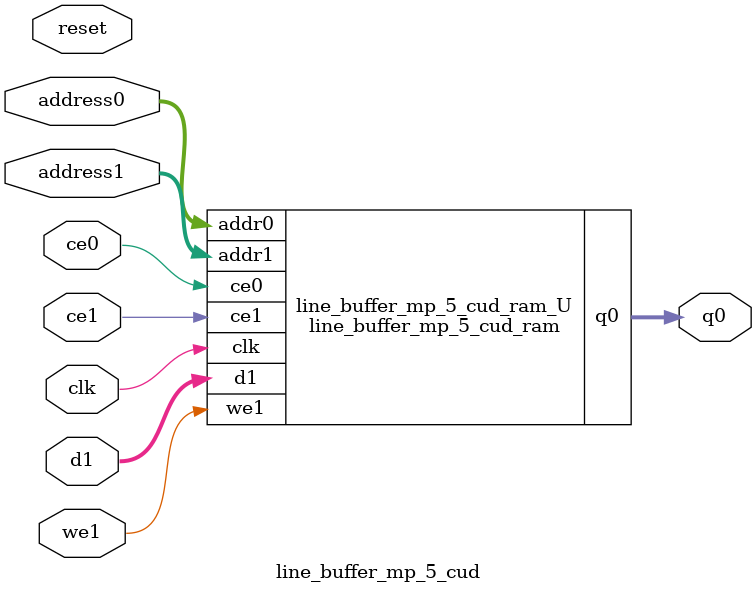
<source format=v>

`timescale 1 ns / 1 ps
module line_buffer_mp_5_cud_ram (addr0, ce0, q0, addr1, ce1, d1, we1,  clk);

parameter DWIDTH = 16;
parameter AWIDTH = 13;
parameter MEM_SIZE = 5376;

input[AWIDTH-1:0] addr0;
input ce0;
output reg[DWIDTH-1:0] q0;
input[AWIDTH-1:0] addr1;
input ce1;
input[DWIDTH-1:0] d1;
input we1;
input clk;

(* ram_style = "block" *)reg [DWIDTH-1:0] ram[0:MEM_SIZE-1];




always @(posedge clk)  
begin 
    if (ce0) 
    begin
            q0 <= ram[addr0];
    end
end


always @(posedge clk)  
begin 
    if (ce1) 
    begin
        if (we1) 
        begin 
            ram[addr1] <= d1; 
        end 
    end
end


endmodule


`timescale 1 ns / 1 ps
module line_buffer_mp_5_cud(
    reset,
    clk,
    address0,
    ce0,
    q0,
    address1,
    ce1,
    we1,
    d1);

parameter DataWidth = 32'd16;
parameter AddressRange = 32'd5376;
parameter AddressWidth = 32'd13;
input reset;
input clk;
input[AddressWidth - 1:0] address0;
input ce0;
output[DataWidth - 1:0] q0;
input[AddressWidth - 1:0] address1;
input ce1;
input we1;
input[DataWidth - 1:0] d1;



line_buffer_mp_5_cud_ram line_buffer_mp_5_cud_ram_U(
    .clk( clk ),
    .addr0( address0 ),
    .ce0( ce0 ),
    .q0( q0 ),
    .addr1( address1 ),
    .ce1( ce1 ),
    .d1( d1 ),
    .we1( we1 ));

endmodule


</source>
